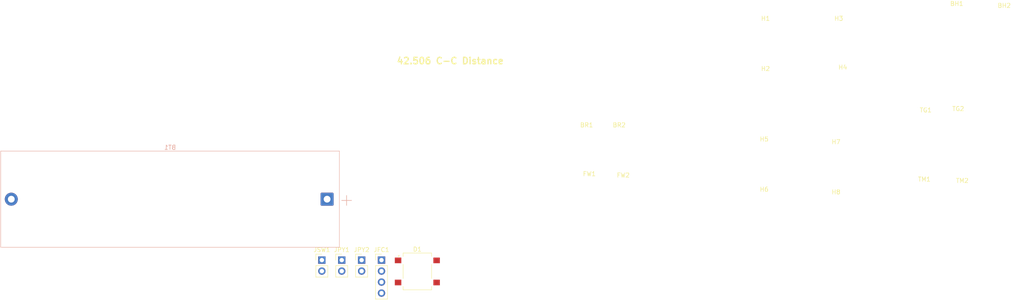
<source format=kicad_pcb>
(kicad_pcb (version 20241229) (generator "pcbnew") (generator_version "9.0")
  (layers (0 "F.Cu" signal) (2 "B.Cu" signal) (13 "F.Paste" user) (15 "B.Paste" user) (5 "F.SilkS" user "F.Silkscreen") (7 "B.SilkS" user "B.Silkscreen") (1 "F.Mask" user) (3 "B.Mask" user) (25 "Edge.Cuts" user))
  (net 0 "")
  (net 1 "Net-(BT1-+)")
  (net 2 "Net-(BT1--)")
  (net 3 "GND")
  (net 4 "B+")
  (net 5 "B_SW")
  (net 6 "PYRO1")
  (net 7 "PYRO2")
  (footprint "MountingHole:MountingHole_3.2mm_M3" (layer "F.Cu") (at 222.94 70.61)
    (property "Reference" "H1" (at 0 -4.15 0) (layer "F.SilkS"))
    (property "Value" "M3")
    (pad "" np_thru_hole circle (at 0 0) (size 3.2 3.2) (drill 3.2) (layers "*.Cu" "*.Mask"))
  )
  (footprint "MountingHole:MountingHole_3.2mm_M3" (layer "F.Cu") (at 181.64 95.21)
    (property "Reference" "BR1" (at 0 -4.15 0) (layer "F.SilkS"))
    (property "Value" "4-40")
    (pad "" np_thru_hole circle (at 0 0) (size 3.2 3.2) (drill 3.2) (layers "*.Cu" "*.Mask"))
  )
  (footprint "MountingHole:MountingHole_3.2mm_M3" (layer "F.Cu") (at 259.91 91.76)
    (property "Reference" "TG1" (at 0 -4.15 0) (layer "F.SilkS"))
    (property "Value" "M3")
    (pad "" np_thru_hole circle (at 0 0) (size 3.2 3.2) (drill 3.2) (layers "*.Cu" "*.Mask"))
  )
  (footprint "MountingHole:MountingHole_3.2mm_M3" (layer "F.Cu") (at 240.78 81.88)
    (property "Reference" "H4" (at 0 -4.15 0) (layer "F.SilkS"))
    (property "Value" "M3")
    (pad "" np_thru_hole circle (at 0 0) (size 3.2 3.2) (drill 3.2) (layers "*.Cu" "*.Mask"))
  )
  (footprint "MountingHole:MountingHole_3.2mm_M3" (layer "F.Cu") (at 239.22 99.1)
    (property "Reference" "H7" (at 0 -4.15 0) (layer "F.SilkS"))
    (property "Value" "M3")
    (pad "" np_thru_hole circle (at 0 0) (size 3.2 3.2) (drill 3.2) (layers "*.Cu" "*.Mask"))
  )
  (footprint "MountingHole:MountingHole_3.2mm_M3" (layer "F.Cu") (at 189.16 95.21)
    (property "Reference" "BR2" (at 0 -4.15 0) (layer "F.SilkS"))
    (property "Value" "4-40")
    (pad "" np_thru_hole circle (at 0 0) (size 3.2 3.2) (drill 3.2) (layers "*.Cu" "*.Mask"))
  )
  (footprint "MountingHole:MountingHole_3.2mm_M3" (layer "F.Cu") (at 190.1 106.79)
    (property "Reference" "FW2" (at 0 -4.15 0) (layer "F.SilkS"))
    (property "Value" "4-40")
    (pad "" np_thru_hole circle (at 0 0) (size 3.2 3.2) (drill 3.2) (layers "*.Cu" "*.Mask"))
  )
  (footprint "MountingHole:MountingHole_3.2mm_M3" (layer "F.Cu") (at 267.42 91.45)
    (property "Reference" "TG2" (at 0 -4.15 0) (layer "F.SilkS"))
    (property "Value" "M3")
    (pad "" np_thru_hole circle (at 0 0) (size 3.2 3.2) (drill 3.2) (layers "*.Cu" "*.Mask"))
  )
  (footprint "MountingHole:MountingHole_3.2mm_M3" (layer "F.Cu") (at 239.22 110.68)
    (property "Reference" "H8" (at 0 -4.15 0) (layer "F.SilkS"))
    (property "Value" "M3")
    (pad "" np_thru_hole circle (at 0 0) (size 3.2 3.2) (drill 3.2) (layers "*.Cu" "*.Mask"))
  )
  (footprint "MountingHole:MountingHole_3.2mm_M3" (layer "F.Cu") (at 268.36 108.04)
    (property "Reference" "TM2" (at 0 -4.15 0) (layer "F.SilkS"))
    (property "Value" "M3")
    (pad "" np_thru_hole circle (at 0 0) (size 3.2 3.2) (drill 3.2) (layers "*.Cu" "*.Mask"))
  )
  (footprint "MountingHole:MountingHole_3.2mm_M3" (layer "F.Cu") (at 259.59 107.73)
    (property "Reference" "TM1" (at 0 -4.15 0) (layer "F.SilkS"))
    (property "Value" "M3")
    (pad "" np_thru_hole circle (at 0 0) (size 3.2 3.2) (drill 3.2) (layers "*.Cu" "*.Mask"))
  )
  (footprint "Connector_PinHeader_2.54mm:PinHeader_1x02_P2.54mm_Vertical" (layer "F.Cu") (at 125.12 122.23)
    (property "Reference" "JPY1" (at 0 -2.38 0) (layer "F.SilkS"))
    (property "Value" "1725656")
    (fp_line (start -1.38 -1.38) (end 0 -1.38) (stroke (width 0.12)) (layer "F.SilkS"))
    (fp_line (start -1.38 0) (end -1.38 -1.38) (stroke (width 0.12)) (layer "F.SilkS"))
    (fp_line (start -1.38 1.27) (end -1.38 3.92) (stroke (width 0.12)) (layer "F.SilkS"))
    (fp_line (start -1.38 1.27) (end 1.38 1.27) (stroke (width 0.12)) (layer "F.SilkS"))
    (fp_line (start -1.38 3.92) (end 1.38 3.92) (stroke (width 0.12)) (layer "F.SilkS"))
    (fp_line (start 1.38 1.27) (end 1.38 3.92) (stroke (width 0.12)) (layer "F.SilkS"))
    (pad "1" thru_hole rect (at 0 0) (size 1.7 1.7) (drill 1) (layers "*.Cu" "*.Mask") (net 6 "PYRO1"))
    (pad "2" thru_hole circle (at 0 2.54) (size 1.7 1.7) (drill 1) (layers "*.Cu" "*.Mask") (net 3 "GND"))
  )
  (footprint "Connector_PinHeader_2.54mm:PinHeader_1x02_P2.54mm_Vertical" (layer "F.Cu") (at 129.71 122.23)
    (property "Reference" "JPY2" (at 0 -2.38 0) (layer "F.SilkS"))
    (property "Value" "1725656")
    (fp_line (start -1.38 -1.38) (end 0 -1.38) (stroke (width 0.12)) (layer "F.SilkS"))
    (fp_line (start -1.38 0) (end -1.38 -1.38) (stroke (width 0.12)) (layer "F.SilkS"))
    (fp_line (start -1.38 1.27) (end -1.38 3.92) (stroke (width 0.12)) (layer "F.SilkS"))
    (fp_line (start -1.38 1.27) (end 1.38 1.27) (stroke (width 0.12)) (layer "F.SilkS"))
    (fp_line (start -1.38 3.92) (end 1.38 3.92) (stroke (width 0.12)) (layer "F.SilkS"))
    (fp_line (start 1.38 1.27) (end 1.38 3.92) (stroke (width 0.12)) (layer "F.SilkS"))
    (pad "1" thru_hole rect (at 0 0) (size 1.7 1.7) (drill 1) (layers "*.Cu" "*.Mask") (net 7 "PYRO2"))
    (pad "2" thru_hole circle (at 0 2.54) (size 1.7 1.7) (drill 1) (layers "*.Cu" "*.Mask") (net 3 "GND"))
  )
  (footprint "MountingHole:MountingHole_3.2mm_M3" (layer "F.Cu") (at 222.63 98.47)
    (property "Reference" "H5" (at 0 -4.15 0) (layer "F.SilkS"))
    (property "Value" "M3")
    (pad "" np_thru_hole circle (at 0 0) (size 3.2 3.2) (drill 3.2) (layers "*.Cu" "*.Mask"))
  )
  (footprint "MountingHole:MountingHole_4.3mm_M4" (layer "F.Cu") (at 267.08 68.29)
    (property "Reference" "BH1" (at 0 -5.25 0) (layer "F.SilkS"))
    (property "Value" "4mm")
    (pad "" np_thru_hole circle (at 0 0) (size 4.3 4.3) (drill 4.3) (layers "*.Cu" "*.Mask"))
  )
  (footprint "MountingHole:MountingHole_3.2mm_M3" (layer "F.Cu") (at 222.94 82.2)
    (property "Reference" "H2" (at 0 -4.15 0) (layer "F.SilkS"))
    (property "Value" "M3")
    (pad "" np_thru_hole circle (at 0 0) (size 3.2 3.2) (drill 3.2) (layers "*.Cu" "*.Mask"))
  )
  (footprint "Diode_SMD:Diode_Bridge_OnSemi_SDIP-4L" (layer "F.Cu") (at 142.57 124.85)
    (property "Reference" "D1" (at 0 -5.1 0) (layer "F.SilkS"))
    (property "Value" "DF005S")
    (fp_line (start -3.285 -4.25) (end -3.285 -3.46) (stroke (width 0.12)) (layer "F.SilkS"))
    (fp_line (start -3.285 -1.64) (end -3.285 1.64) (stroke (width 0.12)) (layer "F.SilkS"))
    (fp_line (start -3.285 3.46) (end -3.285 4.25) (stroke (width 0.12)) (layer "F.SilkS"))
    (fp_line (start -3.285 4.25) (end 3.285 4.25) (stroke (width 0.12)) (layer "F.SilkS"))
    (fp_line (start -3.275 -4.25) (end 3.275 -4.25) (stroke (width 0.12)) (layer "F.SilkS"))
    (fp_line (start 3.285 -3.46) (end 3.285 -4.25) (stroke (width 0.12)) (layer "F.SilkS"))
    (fp_line (start 3.285 -1.64) (end 3.285 1.64) (stroke (width 0.12)) (layer "F.SilkS"))
    (fp_line (start 3.285 4.25) (end 3.285 3.46) (stroke (width 0.12)) (layer "F.SilkS"))
    (fp_poly (pts (xy -4.2125 -3.46) (xy -4.4925 -3.46) (xy -4.2125 -3.74) (xy -4.2125 -3.46)) (stroke (width 0.12)) (fill yes) (layer "F.SilkS"))
    (pad "1" smd rect (at -4.45 -2.55) (size 1.5 1.3) (layers "F.Cu" "F.Mask" "F.Paste") (net 4 "B+"))
    (pad "2" smd rect (at -4.45 2.55) (size 1.5 1.3) (layers "F.Cu" "F.Mask" "F.Paste") (net 3 "GND"))
    (pad "3" smd rect (at 4.45 2.55) (size 1.5 1.3) (layers "F.Cu" "F.Mask" "F.Paste") (net 2 "Net-(BT1--)"))
    (pad "4" smd rect (at 4.45 -2.55) (size 1.5 1.3) (layers "F.Cu" "F.Mask" "F.Paste") (net 1 "Net-(BT1-+)"))
  )
  (footprint "MountingHole:MountingHole_3.2mm_M3" (layer "F.Cu") (at 182.27 106.48)
    (property "Reference" "FW1" (at 0 -4.15 0) (layer "F.SilkS"))
    (property "Value" "4-40")
    (pad "" np_thru_hole circle (at 0 0) (size 3.2 3.2) (drill 3.2) (layers "*.Cu" "*.Mask"))
  )
  (footprint "Connector_PinHeader_2.54mm:PinHeader_1x04_P2.54mm_Vertical" (layer "F.Cu") (at 134.3 122.23)
    (property "Reference" "JFC1" (at 0 -2.38 0) (layer "F.SilkS"))
    (property "Value" "1725672")
    (fp_line (start -1.38 -1.38) (end 0 -1.38) (stroke (width 0.12)) (layer "F.SilkS"))
    (fp_line (start -1.38 0) (end -1.38 -1.38) (stroke (width 0.12)) (layer "F.SilkS"))
    (fp_line (start -1.38 1.27) (end -1.38 9) (stroke (width 0.12)) (layer "F.SilkS"))
    (fp_line (start -1.38 1.27) (end 1.38 1.27) (stroke (width 0.12)) (layer "F.SilkS"))
    (fp_line (start -1.38 9) (end 1.38 9) (stroke (width 0.12)) (layer "F.SilkS"))
    (fp_line (start 1.38 1.27) (end 1.38 9) (stroke (width 0.12)) (layer "F.SilkS"))
    (pad "1" thru_hole rect (at 0 0) (size 1.7 1.7) (drill 1) (layers "*.Cu" "*.Mask") (net 5 "B_SW"))
    (pad "2" thru_hole circle (at 0 2.54) (size 1.7 1.7) (drill 1) (layers "*.Cu" "*.Mask") (net 6 "PYRO1"))
    (pad "3" thru_hole circle (at 0 5.08) (size 1.7 1.7) (drill 1) (layers "*.Cu" "*.Mask") (net 7 "PYRO2"))
    (pad "4" thru_hole circle (at 0 7.62) (size 1.7 1.7) (drill 1) (layers "*.Cu" "*.Mask") (net 3 "GND"))
  )
  (footprint "Connector_PinHeader_2.54mm:PinHeader_1x02_P2.54mm_Vertical" (layer "F.Cu") (at 120.53 122.23)
    (property "Reference" "JSW1" (at 0 -2.38 0) (layer "F.SilkS"))
    (property "Value" "1725656")
    (fp_line (start -1.38 -1.38) (end 0 -1.38) (stroke (width 0.12)) (layer "F.SilkS"))
    (fp_line (start -1.38 0) (end -1.38 -1.38) (stroke (width 0.12)) (layer "F.SilkS"))
    (fp_line (start -1.38 1.27) (end -1.38 3.92) (stroke (width 0.12)) (layer "F.SilkS"))
    (fp_line (start -1.38 1.27) (end 1.38 1.27) (stroke (width 0.12)) (layer "F.SilkS"))
    (fp_line (start -1.38 3.92) (end 1.38 3.92) (stroke (width 0.12)) (layer "F.SilkS"))
    (fp_line (start 1.38 1.27) (end 1.38 3.92) (stroke (width 0.12)) (layer "F.SilkS"))
    (pad "1" thru_hole rect (at 0 0) (size 1.7 1.7) (drill 1) (layers "*.Cu" "*.Mask") (net 4 "B+"))
    (pad "2" thru_hole circle (at 0 2.54) (size 1.7 1.7) (drill 1) (layers "*.Cu" "*.Mask") (net 5 "B_SW"))
  )
  (footprint "MountingHole:MountingHole_3.2mm_M3" (layer "F.Cu") (at 222.63 110.06)
    (property "Reference" "H6" (at 0 -4.15 0) (layer "F.SilkS"))
    (property "Value" "M3")
    (pad "" np_thru_hole circle (at 0 0) (size 3.2 3.2) (drill 3.2) (layers "*.Cu" "*.Mask"))
  )
  (footprint "MountingHole:MountingHole_3.2mm_M3" (layer "F.Cu") (at 239.85 70.61)
    (property "Reference" "H3" (at 0 -4.15 0) (layer "F.SilkS"))
    (property "Value" "M3")
    (pad "" np_thru_hole circle (at 0 0) (size 3.2 3.2) (drill 3.2) (layers "*.Cu" "*.Mask"))
  )
  (footprint "MountingHole:MountingHole_4.3mm_M4" (layer "F.Cu") (at 278.04 68.73)
    (property "Reference" "BH2" (at 0 -5.25 0) (layer "F.SilkS"))
    (property "Value" "4mm")
    (pad "" np_thru_hole circle (at 0 0) (size 4.3 4.3) (drill 4.3) (layers "*.Cu" "*.Mask"))
  )
  (footprint "Battery:BatteryHolder_MPD_BK-18650-PC2" (layer "B.Cu") (at 121.74 108.17 180)
    (property "Reference" "BT1" (at 36.25 11.94 0) (layer "B.SilkS") (effects (justify mirror)))
    (property "Value" "BK-18650-PC2")
    (fp_line (start 75.34 11.1) (end 75.34 -11.1) (stroke (width 0.12)) (layer "B.SilkS"))
    (fp_line (start 75.34 -11.1) (end -2.84 -11.1) (stroke (width 0.12)) (layer "B.SilkS"))
    (fp_line (start -2.84 11.1) (end 75.34 11.1) (stroke (width 0.12)) (layer "B.SilkS"))
    (fp_line (start -2.84 -11.1) (end -2.84 11.1) (stroke (width 0.12)) (layer "B.SilkS"))
    (fp_text user "+" (at -4.5 -0.05 0) (layer "B.SilkS") (effects (font (size 3 3)) (justify mirror)))
    (pad "" np_thru_hole circle (at 8.445 0 180) (size 3.2 3.2) (drill 3.2) (layers "*.Cu" "*.Mask"))
    (pad "" np_thru_hole circle (at 64.055 0 180) (size 3.2 3.2) (drill 3.2) (layers "*.Cu" "*.Mask"))
    (pad "1" thru_hole roundrect (at 0 0 180) (size 3 3) (drill 1.57) (layers "*.Cu" "*.Mask") (roundrect_rratio 0.083333) (net 1 "Net-(BT1-+)"))
    (pad "2" thru_hole circle (at 72.9 0 180) (size 3 3) (drill 1.57) (layers "*.Cu" "*.Mask") (net 2 "Net-(BT1--)"))
  )
  (gr_text "42.506 C-C Distance" (at 137.69 77.12 0) (layer "F.SilkS") (effects (font (size 1.5 1.5) (thickness 0.3) (bold yes)) (justify left bottom)))
)
</source>
